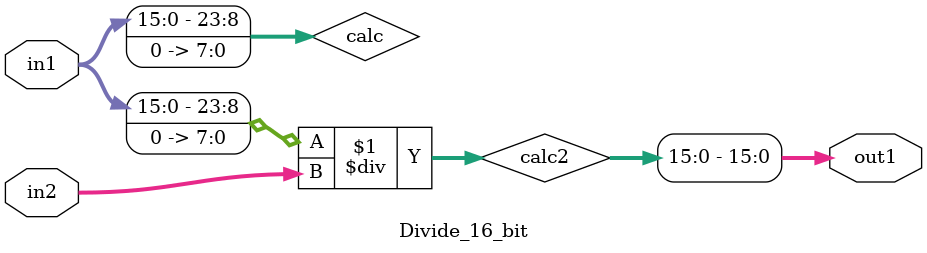
<source format=v>
`timescale 1ns / 1ps

module Divide_16_bit(
    input signed [15:0] in1,
    input signed [15:0] in2,
    //input rst,
    output wire signed [15:0] out1
    );
    
    wire signed [23:0] calc;
    wire signed [23:0] calc2;
    
    assign calc[23:8] = in1;
    assign calc[7:0] = 8'h00;
    assign calc2 = calc / in2;
    assign out1 = calc2[15:0];
    
    /*
    always @(posedge rst) begin
        out1 = 0;
    end
    */
endmodule

/*
module Divide_16_bit(
    input [15:0] in1,
    input [15:0] in2,
    input rst,
    input clk,
    output reg [15:0] out1
    );
    
    reg signed [31:0] calc;
    reg signed [15:0] calc2;
    
    initial begin
        assign calc[23:8] = in1;
        assign calc2 = calc / in2;
    end
    
    always @(posedge clk or posedge rst) begin
        if(rst) begin
            out1 = 0;
        end
        else begin
            out1 = calc2;
        end
    end
    
endmodule
*/
</source>
